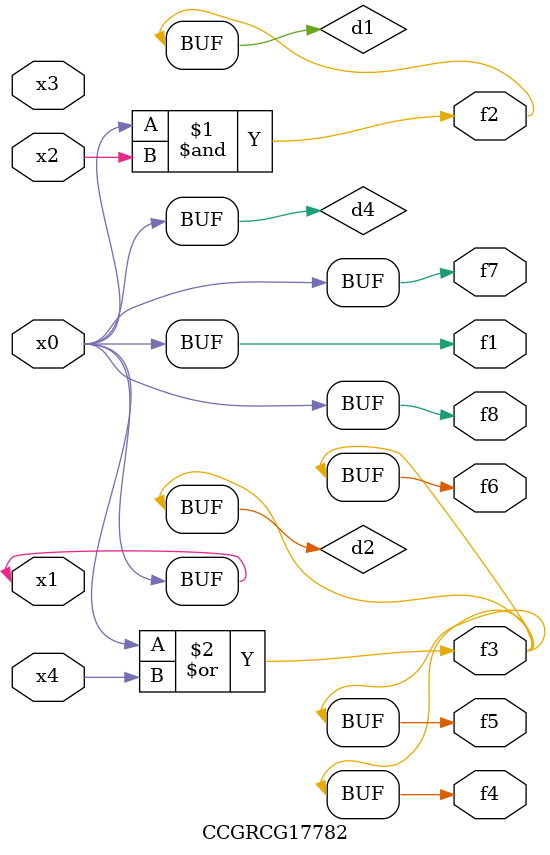
<source format=v>
module CCGRCG17782(
	input x0, x1, x2, x3, x4,
	output f1, f2, f3, f4, f5, f6, f7, f8
);

	wire d1, d2, d3, d4;

	and (d1, x0, x2);
	or (d2, x0, x4);
	nand (d3, x0, x2);
	buf (d4, x0, x1);
	assign f1 = d4;
	assign f2 = d1;
	assign f3 = d2;
	assign f4 = d2;
	assign f5 = d2;
	assign f6 = d2;
	assign f7 = d4;
	assign f8 = d4;
endmodule

</source>
